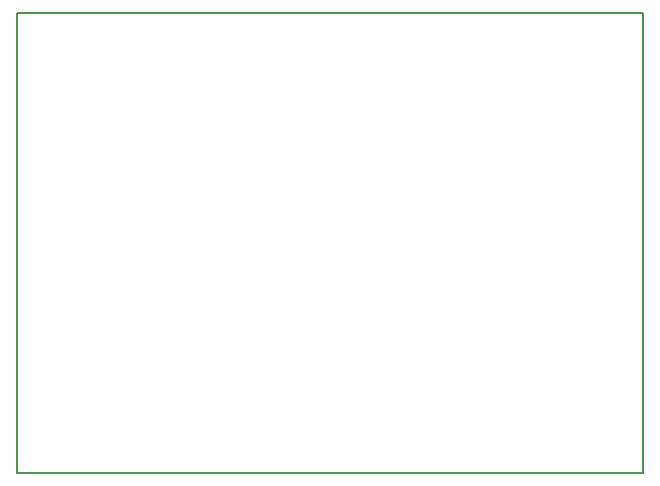
<source format=gbr>
G04 #@! TF.GenerationSoftware,KiCad,Pcbnew,(5.0.2)-1*
G04 #@! TF.CreationDate,2019-11-05T15:10:29+00:00*
G04 #@! TF.ProjectId,RS-485_FTDI,52532d34-3835-45f4-9654-44492e6b6963,rev?*
G04 #@! TF.SameCoordinates,Original*
G04 #@! TF.FileFunction,Profile,NP*
%FSLAX46Y46*%
G04 Gerber Fmt 4.6, Leading zero omitted, Abs format (unit mm)*
G04 Created by KiCad (PCBNEW (5.0.2)-1) date 05/11/2019 15:10:29*
%MOMM*%
%LPD*%
G01*
G04 APERTURE LIST*
%ADD10C,0.200000*%
G04 APERTURE END LIST*
D10*
X43000000Y-163000000D02*
X43000000Y-124000000D01*
X96000000Y-163000000D02*
X43000000Y-163000000D01*
X96000000Y-124000000D02*
X96000000Y-163000000D01*
X43000000Y-124000000D02*
X96000000Y-124000000D01*
M02*

</source>
